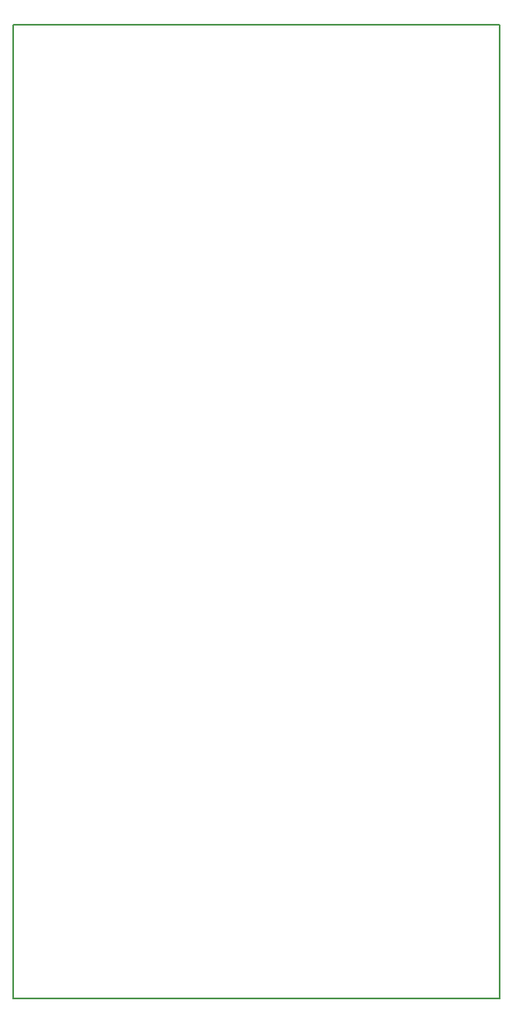
<source format=gko>
G04*
G04 #@! TF.GenerationSoftware,Altium Limited,Altium Designer,18.0.12 (696)*
G04*
G04 Layer_Color=16711935*
%FSAX43Y43*%
%MOMM*%
G71*
G01*
G75*
%ADD10C,0.200*%
D10*
X0000000Y0000000D02*
X0050000D01*
X0000000D02*
Y0100000D01*
X0050000D01*
Y0000000D02*
Y0100000D01*
M02*

</source>
